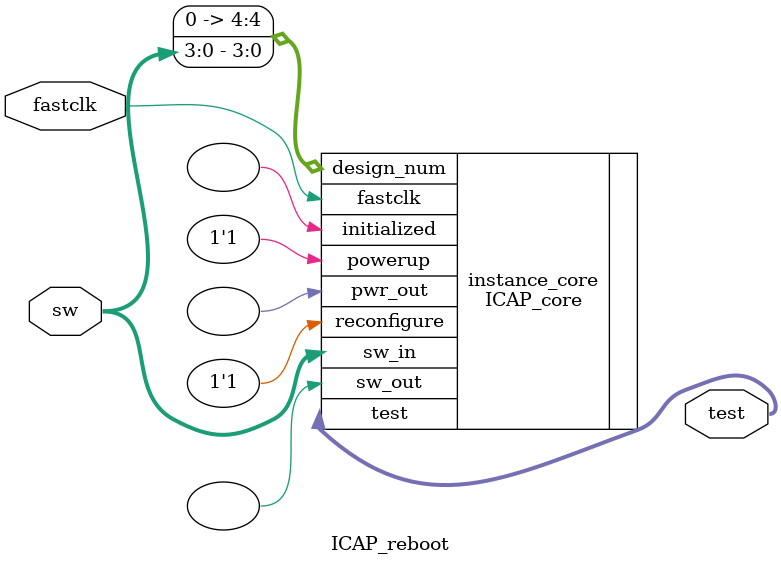
<source format=v>
module ICAP_reboot (
  input        fastclk,
  input [3:0]  sw,
  output [8:1] test
  );

   ICAP_core instance_core (
      .fastclk(fastclk),
      .design_num({1'b0, sw}),
      .reconfigure(1'b1),
      .powerup(1'b1),
      .sw_in(sw),
      .sw_out(),
      .pwr_out(),
      .initialized(),
      .test(test)
      );
           
endmodule

</source>
